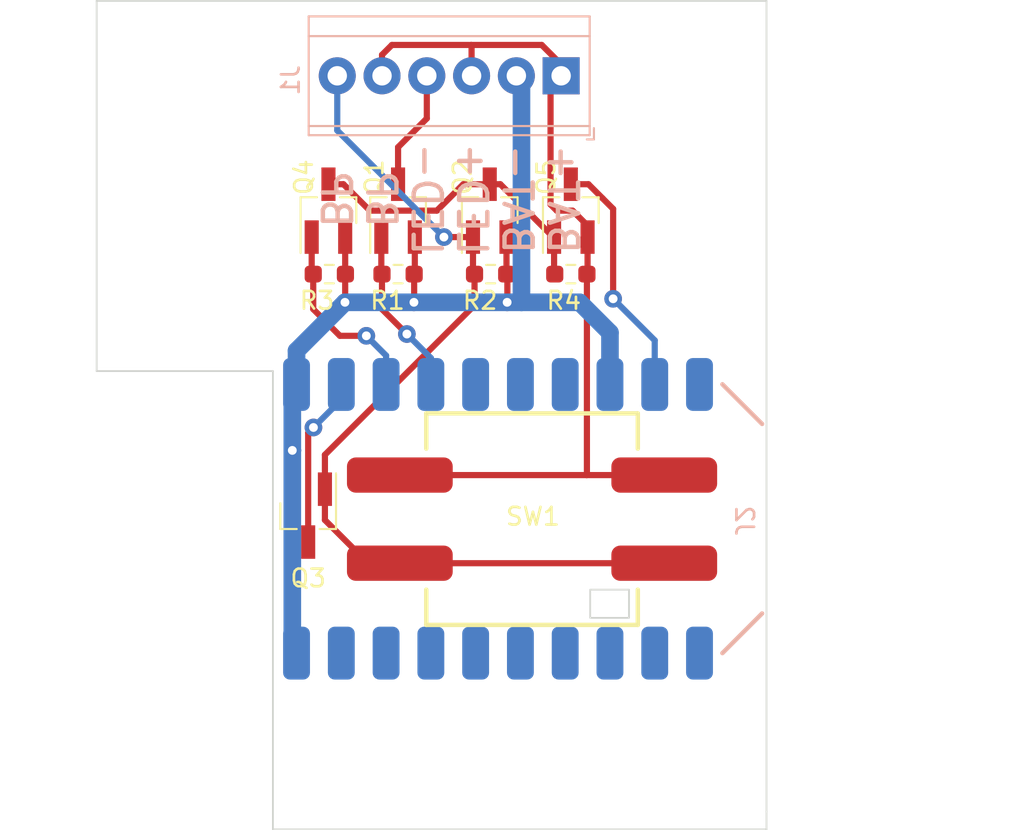
<source format=kicad_pcb>
(kicad_pcb (version 20211014) (generator pcbnew)
  (layers (0 "F.Cu" signal) (31 "B.Cu" signal) (34 "B.Paste" user) (35 "F.Paste" user) (36 "B.SilkS" user "B.Silkscreen") (37 "F.SilkS" user "F.Silkscreen") (38 "B.Mask" user) (39 "F.Mask" user) (44 "Edge.Cuts" user))
  (net 0 "")
  (net 1 "/VBAT")
  (net 2 "GND")
  (net 3 "/LED_GND")
  (net 13 "/PUSHn")
  (net 14 "/VBAT_EN")
  (net 15 "/LED_EN")
  (net 19 "VDD")
  (net 21 "/PB_BAT")
  (net 22 "/VBAT_G")
  (footprint "Resistor_SMD:R_0603_1608Metric_Pad0.98x0.95mm_HandSolder" (layer "F.Cu") (at 159.35 80.5)
    (fp_text reference "R2" (at -0.6 1.5) (layer "F.SilkS"))
    (fp_text value "47k")
    (fp_line (start -0.254724 -0.5225) (end 0.254724 -0.5225) (layer "F.SilkS") (width 0.12))
    (fp_line (start -0.254724 0.5225) (end 0.254724 0.5225) (layer "F.SilkS") (width 0.12))
    (pad "1" smd roundrect (at -0.9125 0) (size 0.975 0.95) (layers "F.Cu" "F.Paste" "F.Mask") (net 21 "/PB_BAT"))
    (pad "2" smd roundrect (at 0.9125 0) (size 0.975 0.95) (layers "F.Cu" "F.Paste" "F.Mask") (net 2 "GND"))
  )
  (footprint "Package_TO_SOT_SMD:SOT-23_Handsoldering" (layer "F.Cu") (at 154.1 76.9 90)
    (fp_text reference "Q1" (at 1.9 -1.35 90) (layer "F.SilkS"))
    (fp_text value "BSH105")
    (fp_line (start 0.76 1.58) (end 0.76 0.65) (layer "F.SilkS") (width 0.12))
    (fp_line (start 0.76 -1.58) (end 0.76 -0.65) (layer "F.SilkS") (width 0.12))
    (fp_line (start 0.76 -1.58) (end -2.4 -1.58) (layer "F.SilkS") (width 0.12))
    (fp_line (start 0.76 1.58) (end -0.7 1.58) (layer "F.SilkS") (width 0.12))
    (pad "1" smd rect (at -1.5 -0.95 90) (size 1.9 0.8) (layers "F.Cu" "F.Paste" "F.Mask") (net 15 "/LED_EN"))
    (pad "2" smd rect (at -1.5 0.95 90) (size 1.9 0.8) (layers "F.Cu" "F.Paste" "F.Mask") (net 2 "GND"))
    (pad "3" smd rect (at 1.5 0 90) (size 1.9 0.8) (layers "F.Cu" "F.Paste" "F.Mask") (net 3 "/LED_GND"))
  )
  (footprint "Resistor_SMD:R_0603_1608Metric_Pad0.98x0.95mm_HandSolder" (layer "F.Cu") (at 163.9 80.5 180)
    (fp_text reference "R4" (at 0.4 -1.5) (layer "F.SilkS"))
    (fp_text value "47k")
    (fp_line (start -0.254724 0.5225) (end 0.254724 0.5225) (layer "F.SilkS") (width 0.12))
    (fp_line (start -0.254724 -0.5225) (end 0.254724 -0.5225) (layer "F.SilkS") (width 0.12))
    (pad "1" smd roundrect (at -0.9125 0 180) (size 0.975 0.95) (layers "F.Cu" "F.Paste" "F.Mask") (net 1 "/VBAT"))
    (pad "2" smd roundrect (at 0.9125 0 180) (size 0.975 0.95) (layers "F.Cu" "F.Paste" "F.Mask") (net 22 "/VBAT_G"))
  )
  (footprint "PushBuzzFootprints:12x12 Pushbutton" (layer "F.Cu") (at 154.2 91.9)
    (fp_text reference "SW1" (at 7.55 2.35 unlocked) (layer "F.SilkS"))
    (fp_text value "12x12x? SMD Pushbutton")
    (fp_line (start 1.5 -3.5) (end 1.5 -1.5) (layer "F.SilkS") (width 0.25))
    (fp_line (start 13.5 8.5) (end 13.5 6.5) (layer "F.SilkS") (width 0.25))
    (fp_line (start 13.5 -3.5) (end 1.5 -3.5) (layer "F.SilkS") (width 0.25))
    (fp_line (start 1.5 8.5) (end 13.5 8.5) (layer "F.SilkS") (width 0.25))
    (fp_line (start 13.5 -1.5) (end 13.5 -3.5) (layer "F.SilkS") (width 0.25))
    (fp_line (start 1.5 6.5) (end 1.5 8.5) (layer "F.SilkS") (width 0.25))
    (pad "" np_thru_hole circle locked (at 7.5 -2) (size 2 2) (drill 2.2) (layers F&B.Cu *.Mask))
    (pad "" np_thru_hole circle locked (at 7.5 7) (size 2 2) (drill 2.2) (layers F&B.Cu *.Mask))
    (pad "1" smd roundrect locked (at 0 0) (size 6 2) (layers "F.Cu" "F.Paste" "F.Mask") (net 1 "/VBAT"))
    (pad "1" smd roundrect locked (at 15 0) (size 6 2) (layers "F.Cu" "F.Paste" "F.Mask") (net 1 "/VBAT"))
    (pad "2" smd roundrect locked (at 0 5) (size 6 2) (layers "F.Cu" "F.Paste" "F.Mask") (net 21 "/PB_BAT"))
    (pad "2" smd roundrect locked (at 15 5) (size 6 2) (layers "F.Cu" "F.Paste" "F.Mask") (net 21 "/PB_BAT"))
  )
  (footprint "Package_TO_SOT_SMD:SOT-23_Handsoldering" (layer "F.Cu") (at 159.3 76.9 90)
    (fp_text reference "Q2" (at 1.9 -1.55 90) (layer "F.SilkS"))
    (fp_text value "BSH105")
    (fp_line (start 0.76 1.58) (end 0.76 0.65) (layer "F.SilkS") (width 0.12))
    (fp_line (start 0.76 -1.58) (end 0.76 -0.65) (layer "F.SilkS") (width 0.12))
    (fp_line (start 0.76 -1.58) (end -2.4 -1.58) (layer "F.SilkS") (width 0.12))
    (fp_line (start 0.76 1.58) (end -0.7 1.58) (layer "F.SilkS") (width 0.12))
    (pad "1" smd rect (at -1.5 -0.95 90) (size 1.9 0.8) (layers "F.Cu" "F.Paste" "F.Mask") (net 21 "/PB_BAT"))
    (pad "2" smd rect (at -1.5 0.95 90) (size 1.9 0.8) (layers "F.Cu" "F.Paste" "F.Mask") (net 2 "GND"))
    (pad "3" smd rect (at 1.5 0 90) (size 1.9 0.8) (layers "F.Cu" "F.Paste" "F.Mask") (net 22 "/VBAT_G"))
  )
  (footprint "Package_TO_SOT_SMD:SOT-23_Handsoldering" (layer "F.Cu") (at 149 94.2 -90)
    (fp_text reference "Q3" (at 3.55 0 180) (layer "F.SilkS"))
    (fp_text value "BSH105")
    (fp_line (start 0.76 -1.58) (end 0.76 -0.65) (layer "F.SilkS") (width 0.12))
    (fp_line (start 0.76 -1.58) (end -2.4 -1.58) (layer "F.SilkS") (width 0.12))
    (fp_line (start 0.76 1.58) (end 0.76 0.65) (layer "F.SilkS") (width 0.12))
    (fp_line (start 0.76 1.58) (end -0.7 1.58) (layer "F.SilkS") (width 0.12))
    (pad "1" smd rect (at -1.5 -0.95 270) (size 1.9 0.8) (layers "F.Cu" "F.Paste" "F.Mask") (net 21 "/PB_BAT"))
    (pad "2" smd rect (at -1.5 0.95 270) (size 1.9 0.8) (layers "F.Cu" "F.Paste" "F.Mask") (net 2 "GND"))
    (pad "3" smd rect (at 1.5 0 270) (size 1.9 0.8) (layers "F.Cu" "F.Paste" "F.Mask") (net 13 "/PUSHn"))
  )
  (footprint "Package_TO_SOT_SMD:SOT-23_Handsoldering" (layer "F.Cu") (at 163.9 76.9 90)
    (fp_text reference "Q5" (at 1.9 -1.4 90) (layer "F.SilkS"))
    (fp_text value "DMP31D0U")
    (fp_line (start 0.76 1.58) (end -0.7 1.58) (layer "F.SilkS") (width 0.12))
    (fp_line (start 0.76 1.58) (end 0.76 0.65) (layer "F.SilkS") (width 0.12))
    (fp_line (start 0.76 -1.58) (end 0.76 -0.65) (layer "F.SilkS") (width 0.12))
    (fp_line (start 0.76 -1.58) (end -2.4 -1.58) (layer "F.SilkS") (width 0.12))
    (pad "1" smd rect (at -1.5 -0.95 90) (size 1.9 0.8) (layers "F.Cu" "F.Paste" "F.Mask") (net 22 "/VBAT_G"))
    (pad "2" smd rect (at -1.5 0.95 90) (size 1.9 0.8) (layers "F.Cu" "F.Paste" "F.Mask") (net 1 "/VBAT"))
    (pad "3" smd rect (at 1.5 0 90) (size 1.9 0.8) (layers "F.Cu" "F.Paste" "F.Mask") (net 19 "VDD"))
  )
  (footprint "Resistor_SMD:R_0603_1608Metric_Pad0.98x0.95mm_HandSolder" (layer "F.Cu") (at 150.2 80.5)
    (fp_text reference "R3" (at -0.7 1.5) (layer "F.SilkS"))
    (fp_text value "47k")
    (fp_line (start -0.254724 0.5225) (end 0.254724 0.5225) (layer "F.SilkS") (width 0.12))
    (fp_line (start -0.254724 -0.5225) (end 0.254724 -0.5225) (layer "F.SilkS") (width 0.12))
    (pad "1" smd roundrect (at -0.9125 0) (size 0.975 0.95) (layers "F.Cu" "F.Paste" "F.Mask") (net 14 "/VBAT_EN"))
    (pad "2" smd roundrect (at 0.9125 0) (size 0.975 0.95) (layers "F.Cu" "F.Paste" "F.Mask") (net 2 "GND"))
  )
  (footprint "Package_TO_SOT_SMD:SOT-23_Handsoldering" (layer "F.Cu") (at 150.15 76.9 90)
    (fp_text reference "Q4" (at 1.9 -1.4 90) (layer "F.SilkS"))
    (fp_text value "BSH105")
    (fp_line (start 0.76 -1.58) (end -2.4 -1.58) (layer "F.SilkS") (width 0.12))
    (fp_line (start 0.76 1.58) (end 0.76 0.65) (layer "F.SilkS") (width 0.12))
    (fp_line (start 0.76 1.58) (end -0.7 1.58) (layer "F.SilkS") (width 0.12))
    (fp_line (start 0.76 -1.58) (end 0.76 -0.65) (layer "F.SilkS") (width 0.12))
    (pad "1" smd rect (at -1.5 -0.95 90) (size 1.9 0.8) (layers "F.Cu" "F.Paste" "F.Mask") (net 14 "/VBAT_EN"))
    (pad "2" smd rect (at -1.5 0.95 90) (size 1.9 0.8) (layers "F.Cu" "F.Paste" "F.Mask") (net 2 "GND"))
    (pad "3" smd rect (at 1.5 0 90) (size 1.9 0.8) (layers "F.Cu" "F.Paste" "F.Mask") (net 22 "/VBAT_G"))
  )
  (footprint "Resistor_SMD:R_0603_1608Metric_Pad0.98x0.95mm_HandSolder" (layer "F.Cu") (at 154.1 80.5)
    (fp_text reference "R1" (at -0.6 1.5) (layer "F.SilkS"))
    (fp_text value "47k")
    (fp_line (start -0.254724 0.5225) (end 0.254724 0.5225) (layer "F.SilkS") (width 0.12))
    (fp_line (start -0.254724 -0.5225) (end 0.254724 -0.5225) (layer "F.SilkS") (width 0.12))
    (pad "1" smd roundrect (at -0.9125 0) (size 0.975 0.95) (layers "F.Cu" "F.Paste" "F.Mask") (net 15 "/LED_EN"))
    (pad "2" smd roundrect (at 0.9125 0) (size 0.975 0.95) (layers "F.Cu" "F.Paste" "F.Mask") (net 2 "GND"))
  )
  (footprint "MountingHole:MountingHole_2.2mm_M2" (layer "B.Cu") (at 152.85 108 180)
    (fp_text reference "REF**" hide)
    (fp_text value "MountingHole_2.2mm_M2")
    (pad "" np_thru_hole circle (at 0 0 180) (size 2.2 2.2) (drill 2.2) (layers *.Cu *.Mask))
  )
  (footprint "MountingHole:MountingHole_2.2mm_M2" (layer "B.Cu") (at 141 80.44 180)
    (fp_text reference "REF**" hide)
    (fp_text value "MountingHole_2.2mm_M2")
    (pad "" np_thru_hole circle (at 0 0 180) (size 2.2 2.2) (drill 2.2) (layers *.Cu *.Mask))
  )
  (footprint "MountingHole:MountingHole_2.2mm_M2" (layer "B.Cu") (at 171 80.44 180)
    (fp_text reference "REF**" hide)
    (fp_text value "MountingHole_2.2mm_M2")
    (pad "" np_thru_hole circle (at 0 0 180) (size 2.2 2.2) (drill 2.2) (layers *.Cu *.Mask))
  )
  (footprint "TerminalBlock_TE-Connectivity:TerminalBlock_TE_282834-6_1x06_P2.54mm_Horizontal" (layer "B.Cu") (at 163.35 69.25 180)
    (fp_text reference "J1" (at 15.35 -0.25 270) (layer "B.SilkS") (effects (justify mirror)))
    (fp_text value "282834-6")
    (fp_line (start -1.62 -3.37) (end 14.32 -3.37) (layer "B.SilkS") (width 0.12))
    (fp_line (start -1.86 -2.97) (end -1.86 -3.61) (layer "B.SilkS") (width 0.12))
    (fp_line (start -1.62 3.37) (end 14.32 3.37) (layer "B.SilkS") (width 0.12))
    (fp_line (start 14.32 3.37) (end 14.32 -3.37) (layer "B.SilkS") (width 0.12))
    (fp_line (start -1.62 3.37) (end -1.62 -3.37) (layer "B.SilkS") (width 0.12))
    (fp_line (start -1.86 -3.61) (end -1.46 -3.61) (layer "B.SilkS") (width 0.12))
    (fp_line (start -1.62 2.25) (end 14.32 2.25) (layer "B.SilkS") (width 0.12))
    (fp_line (start -1.62 -2.85) (end 14.32 -2.85) (layer "B.SilkS") (width 0.12))
    (pad "1" thru_hole rect (at 0 0 180) (size 2.1 2.1) (drill 1.1) (layers *.Cu *.Mask) (net 1 "/VBAT"))
    (pad "2" thru_hole circle (at 2.54 0 180) (size 2.1 2.1) (drill 1.1) (layers *.Cu *.Mask) (net 2 "GND"))
    (pad "3" thru_hole circle (at 5.08 0 180) (size 2.1 2.1) (drill 1.1) (layers *.Cu *.Mask) (net 1 "/VBAT"))
    (pad "4" thru_hole circle (at 7.62 0 180) (size 2.1 2.1) (drill 1.1) (layers *.Cu *.Mask) (net 3 "/LED_GND"))
    (pad "5" thru_hole circle (at 10.16 0 180) (size 2.1 2.1) (drill 1.1) (layers *.Cu *.Mask) (net 1 "/VBAT"))
    (pad "6" thru_hole circle (at 12.7 0 180) (size 2.1 2.1) (drill 1.1) (layers *.Cu *.Mask) (net 21 "/PB_BAT"))
  )
  (footprint "PushBuzzFootprints:nRF52840-Dongle" (layer "B.Cu") (at 171.2 102 90)
    (fp_text reference "J2" (at 7.5 2.55 270 unlocked) (layer "B.SilkS") (effects (justify mirror)))
    (fp_text value "nRF52840 Dongle")
    (pad "1" smd roundrect (at 0 0 90) (size 3 1.524) (layers "B.Cu" "B.Paste" "B.Mask"))
    (pad "2" smd roundrect (at 0 -2.54 90) (size 3 1.524) (layers "B.Cu" "B.Paste" "B.Mask"))
    (pad "3" smd roundrect (at 0 -5.08 90) (size 3 1.524) (layers "B.Cu" "B.Paste" "B.Mask"))
    (pad "4" smd roundrect (at 0 -7.62 90) (size 3 1.524) (layers "B.Cu" "B.Paste" "B.Mask"))
    (pad "5" smd roundrect (at 0 -10.16 90) (size 3 1.524) (layers "B.Cu" "B.Paste" "B.Mask"))
    (pad "6" smd roundrect (at 0 -12.7 90) (size 3 1.524) (layers "B.Cu" "B.Paste" "B.Mask"))
    (pad "7" smd roundrect (at 0 -15.24 90) (size 3 1.524) (layers "B.Cu" "B.Paste" "B.Mask"))
    (pad "8" smd roundrect (at 0 -17.78 90) (size 3 1.524) (layers "B.Cu" "B.Paste" "B.Mask"))
    (pad "9" smd roundrect (at 0 -20.32 90) (size 3 1.524) (layers "B.Cu" "B.Paste" "B.Mask"))
    (pad "10" smd roundrect (at 0 -22.86 90) (size 3 1.524) (layers "B.Cu" "B.Paste" "B.Mask") (net 2 "GND"))
    (pad "11" smd roundrect (at 15.24 -22.86 90) (size 3 1.524) (layers "B.Cu" "B.Paste" "B.Mask") (net 2 "GND"))
    (pad "12" smd roundrect (at 15.24 -20.32 90) (size 3 1.524) (layers "B.Cu" "B.Paste" "B.Mask") (net 13 "/PUSHn"))
    (pad "13" smd roundrect (at 15.24 -17.78 90) (size 3 1.524) (layers "B.Cu" "B.Paste" "B.Mask") (net 14 "/VBAT_EN"))
    (pad "14" smd roundrect (at 15.24 -15.24 90) (size 3 1.524) (layers "B.Cu" "B.Paste" "B.Mask") (net 15 "/LED_EN"))
    (pad "15" smd roundrect (at 15.24 -12.7 90) (size 3 1.524) (layers "B.Cu" "B.Paste" "B.Mask"))
    (pad "16" smd roundrect (at 15.24 -10.16 90) (size 3 1.524) (layers "B.Cu" "B.Paste" "B.Mask"))
    (pad "17" smd roundrect (at 15.24 -7.62 90) (size 3 1.524) (layers "B.Cu" "B.Paste" "B.Mask"))
    (pad "18" smd roundrect (at 15.24 -5.08 90) (size 3 1.524) (layers "B.Cu" "B.Paste" "B.Mask") (net 2 "GND"))
    (pad "19" smd roundrect (at 15.24 -2.54 90) (size 3 1.524) (layers "B.Cu" "B.Paste" "B.Mask") (net 19 "VDD"))
    (pad "20" smd roundrect (at 15.24 0 90) (size 3 1.524) (layers "B.Cu" "B.Paste" "B.Mask"))
  )
  (gr_line (start 172.5 102) (end 174.75 99.75) (layer "B.SilkS") (width 0.25))
  (gr_line (start 172.5 86.75) (end 174.75 89) (layer "B.SilkS") (width 0.25))
  (gr_line (start 175 111) (end 175 112) (layer "Edge.Cuts") (width 0.1))
  (gr_line (start 175 65) (end 175 111) (layer "Edge.Cuts") (width 0.1))
  (gr_line (start 137 65) (end 175 65) (layer "Edge.Cuts") (width 0.1))
  (gr_line (start 147 86) (end 137 86) (layer "Edge.Cuts") (width 0.1))
  (gr_line (start 147 112) (end 147 86) (layer "Edge.Cuts") (width 0.1))
  (gr_rect locked (start 165 100) (end 167.2 98.4) (layer "Edge.Cuts") (width 0.1) (fill none))
  (gr_line (start 175 112) (end 147 112) (layer "Edge.Cuts") (width 0.1))
  (gr_line (start 137 86) (end 137 65) (layer "Edge.Cuts") (width 0.1))
  (gr_text "BAT+\nBAT-\nLED+\nLED-\nBP\nBP" (at 157 76.25 270) (layer "B.SilkS") (effects (font (size 1.6 1.6) (thickness 0.25)) (justify mirror)))
  (segment (start 163.1 76.9) (end 162.75 76.55) (width 0.35) (layer "F.Cu") (net 1))
  (segment (start 164.85 80.4625) (end 164.8125 80.5) (width 0.35) (layer "F.Cu") (net 1))
  (segment (start 153.75 67.5) (end 153.19 68.06) (width 0.35) (layer "F.Cu") (net 1))
  (segment (start 164.85 78.4) (end 164.85 77.75) (width 0.35) (layer "F.Cu") (net 1))
  (segment (start 162.75 69.85) (end 163.35 69.25) (width 0.35) (layer "F.Cu") (net 1))
  (segment (start 164 76.9) (end 163.1 76.9) (width 0.35) (layer "F.Cu") (net 1))
  (segment (start 164.85 77.75) (end 164 76.9) (width 0.35) (layer "F.Cu") (net 1))
  (segment (start 163.35 68.6) (end 162.25 67.5) (width 0.35) (layer "F.Cu") (net 1))
  (segment (start 158.27 67.52) (end 158.27 69.25) (width 0.35) (layer "F.Cu") (net 1))
  (segment (start 163.35 69.25) (end 163.35 68.6) (width 0.35) (layer "F.Cu") (net 1))
  (segment (start 164.8125 91.8875) (end 164.8 91.9) (width 0.35) (layer "F.Cu") (net 1))
  (segment (start 164.85 78.4) (end 164.85 80.4625) (width 0.35) (layer "F.Cu") (net 1))
  (segment (start 158.25 67.5) (end 153.75 67.5) (width 0.35) (layer "F.Cu") (net 1))
  (segment (start 162.75 76.55) (end 162.75 69.85) (width 0.35) (layer "F.Cu") (net 1))
  (segment (start 153.19 68.06) (end 153.19 69.25) (width 0.35) (layer "F.Cu") (net 1))
  (segment (start 154.2 91.9) (end 164.8 91.9) (width 0.35) (layer "F.Cu") (net 1))
  (segment (start 158.25 67.5) (end 158.27 67.52) (width 0.35) (layer "F.Cu") (net 1))
  (segment (start 164.8125 80.5) (end 164.8125 91.8875) (width 0.35) (layer "F.Cu") (net 1))
  (segment (start 162.25 67.5) (end 158.25 67.5) (width 0.35) (layer "F.Cu") (net 1))
  (segment (start 164.8 91.9) (end 169.2 91.9) (width 0.35) (layer "F.Cu") (net 1))
  (segment (start 151.1 78.4) (end 151.1 80.4875) (width 0.35) (layer "F.Cu") (net 2))
  (segment (start 155.05 80.4625) (end 155.0125 80.5) (width 0.35) (layer "F.Cu") (net 2))
  (segment (start 160.25 78.4) (end 160.25 80.4875) (width 0.35) (layer "F.Cu") (net 2))
  (segment (start 151.1 80.5) (end 151.1 82.0875) (width 0.35) (layer "F.Cu") (net 2))
  (segment (start 148.05 92.7) (end 148.05 90.55) (width 0.35) (layer "F.Cu") (net 2))
  (segment (start 151.1 80.4875) (end 151.1125 80.5) (width 0.35) (layer "F.Cu") (net 2))
  (segment (start 151.1 82.0875) (end 151.0875 82.1) (width 0.35) (layer "F.Cu") (net 2))
  (segment (start 155.0125 82.0875) (end 155 82.1) (width 0.35) (layer "F.Cu") (net 2))
  (segment (start 148.05 90.55) (end 148.1 90.5) (width 0.35) (layer "F.Cu") (net 2))
  (segment (start 155.0125 80.5) (end 155.0125 82.0875) (width 0.35) (layer "F.Cu") (net 2))
  (segment (start 160.3 82.0875) (end 160.2875 82.1) (width 0.35) (layer "F.Cu") (net 2))
  (segment (start 160.3 80.5) (end 160.3 82.0875) (width 0.35) (layer "F.Cu") (net 2))
  (segment (start 155.05 78.4) (end 155.05 80.4625) (width 0.35) (layer "F.Cu") (net 2))
  (segment (start 160.25 80.4875) (end 160.2625 80.5) (width 0.35) (layer "F.Cu") (net 2))
  (via (at 160.2875 82.1) (size 1) (drill 0.5) (layers "F.Cu" "B.Cu") (net 2))
  (via (at 148.1 90.5) (size 1) (drill 0.5) (layers "F.Cu" "B.Cu") (net 2))
  (via (at 155 82.1) (size 1) (drill 0.5) (layers "F.Cu" "B.Cu") (net 2))
  (via (at 151.0875 82.1) (size 1) (drill 0.5) (layers "F.Cu" "B.Cu") (net 2))
  (segment (start 148.34 86.76) (end 148.34 84.8475) (width 1) (layer "B.Cu") (net 2))
  (segment (start 148.1 101.76) (end 148.1 90.5) (width 1) (layer "B.Cu") (net 2))
  (segment (start 160.81 69.25) (end 161.1 69.54) (width 1) (layer "B.Cu") (net 2))
  (segment (start 161.1 69.54) (end 161.1 82.1) (width 1) (layer "B.Cu") (net 2))
  (segment (start 161.1 82.1) (end 164.4 82.1) (width 1) (layer "B.Cu") (net 2))
  (segment (start 148.1 90.5) (end 148.100489 90.499511) (width 1) (layer "B.Cu") (net 2))
  (segment (start 148.100489 90.499511) (end 148.100489 86.999511) (width 1) (layer "B.Cu") (net 2))
  (segment (start 148.34 84.8475) (end 151.0875 82.1) (width 1) (layer "B.Cu") (net 2))
  (segment (start 166.12 83.82) (end 166.12 86.76) (width 1) (layer "B.Cu") (net 2))
  (segment (start 148.100489 86.999511) (end 148.34 86.76) (width 1) (layer "B.Cu") (net 2))
  (segment (start 151.0875 82.1) (end 153.2 82.1) (width 1) (layer "B.Cu") (net 2))
  (segment (start 148.34 102) (end 148.1 101.76) (width 1) (layer "B.Cu") (net 2))
  (segment (start 153.2 82.1) (end 161.1 82.1) (width 1) (layer "B.Cu") (net 2))
  (segment (start 164.4 82.1) (end 166.12 83.82) (width 1) (layer "B.Cu") (net 2))
  (segment (start 155.73 71.67) (end 155.73 69.25) (width 0.35) (layer "F.Cu") (net 3))
  (segment (start 154.1 73.3) (end 154.1 75.4) (width 0.35) (layer "F.Cu") (net 3))
  (segment (start 154.1 73.3) (end 155.73 71.67) (width 0.35) (layer "F.Cu") (net 3))
  (segment (start 149 89.5) (end 149.3 89.2) (width 0.35) (layer "F.Cu") (net 13))
  (segment (start 149 95.7) (end 149 89.5) (width 0.35) (layer "F.Cu") (net 13))
  (via (at 149.3 89.2) (size 1) (drill 0.5) (layers "F.Cu" "B.Cu") (net 13))
  (segment (start 149.3 89.2) (end 150.88 87.62) (width 0.35) (layer "B.Cu") (net 13))
  (segment (start 150.88 87.62) (end 150.88 86.76) (width 0.35) (layer "B.Cu") (net 13))
  (segment (start 150.8 84) (end 152.3 84) (width 0.35) (layer "F.Cu") (net 14))
  (segment (start 149.2875 80.5) (end 149.2875 82.4875) (width 0.35) (layer "F.Cu") (net 14))
  (segment (start 149.2 80.4125) (end 149.2875 80.5) (width 0.35) (layer "F.Cu") (net 14))
  (segment (start 149.2 78.4) (end 149.2 80.4125) (width 0.35) (layer "F.Cu") (net 14))
  (segment (start 149.2875 82.4875) (end 150.8 84) (width 0.35) (layer "F.Cu") (net 14))
  (via (at 152.3 84) (size 1) (drill 0.5) (layers "F.Cu" "B.Cu") (net 14))
  (segment (start 153.42 86.76) (end 153.42 85.12) (width 0.35) (layer "B.Cu") (net 14))
  (segment (start 153.42 85.12) (end 152.3 84) (width 0.35) (layer "B.Cu") (net 14))
  (segment (start 153.15 78.4) (end 153.15 80.4625) (width 0.35) (layer "F.Cu") (net 15))
  (segment (start 153.1875 82.4875) (end 154.6 83.9) (width 0.35) (layer "F.Cu") (net 15))
  (segment (start 153.15 80.4625) (end 153.1875 80.5) (width 0.35) (layer "F.Cu") (net 15))
  (segment (start 153.1875 80.5) (end 153.1875 82.4875) (width 0.35) (layer "F.Cu") (net 15))
  (via (at 154.6 83.9) (size 1) (drill 0.5) (layers "F.Cu" "B.Cu") (net 15))
  (segment (start 155.96 86.76) (end 155.96 85.26) (width 0.35) (layer "B.Cu") (net 15))
  (segment (start 155.96 85.26) (end 154.6 83.9) (width 0.35) (layer "B.Cu") (net 15))
  (segment (start 166.3 76.8) (end 166.3 81.7) (width 0.35) (layer "F.Cu") (net 19))
  (segment (start 164.9 75.4) (end 165.7 76.2) (width 0.35) (layer "F.Cu") (net 19))
  (segment (start 163.9 75.4) (end 164.9 75.4) (width 0.35) (layer "F.Cu") (net 19))
  (segment (start 166.3 81.7) (end 166.3 81.9) (width 0.35) (layer "F.Cu") (net 19))
  (segment (start 165.7 76.2) (end 166.3 76.8) (width 0.35) (layer "F.Cu") (net 19))
  (via (at 166.3 81.9) (size 1) (drill 0.5) (layers "F.Cu" "B.Cu") (net 19))
  (segment (start 168.66 84.26) (end 168.66 86.76) (width 0.35) (layer "B.Cu") (net 19))
  (segment (start 166.3 81.9) (end 168.66 84.26) (width 0.35) (layer "B.Cu") (net 19))
  (segment (start 158.35 78.4) (end 156.7 78.4) (width 0.35) (layer "F.Cu") (net 21))
  (segment (start 158.4375 80.5) (end 158.4375 82.2625) (width 0.35) (layer "F.Cu") (net 21))
  (segment (start 154.2 96.9) (end 169.2 96.9) (width 0.35) (layer "F.Cu") (net 21))
  (segment (start 158.35 78.4) (end 158.35 80.4125) (width 0.35) (layer "F.Cu") (net 21))
  (segment (start 158.35 80.4125) (end 158.4375 80.5) (width 0.35) (layer "F.Cu") (net 21))
  (segment (start 152.4 96.9) (end 154.2 96.9) (width 0.35) (layer "F.Cu") (net 21))
  (segment (start 158.4375 82.2625) (end 149.95 90.75) (width 0.35) (layer "F.Cu") (net 21))
  (segment (start 149.95 90.75) (end 149.95 94.45) (width 0.35) (layer "F.Cu") (net 21))
  (segment (start 149.95 94.45) (end 152.4 96.9) (width 0.35) (layer "F.Cu") (net 21))
  (via (at 156.7 78.4) (size 1) (drill 0.5) (layers "F.Cu" "B.Cu") (net 21))
  (segment (start 156.7 78.4) (end 150.65 72.35) (width 0.35) (layer "B.Cu") (net 21))
  (segment (start 150.65 72.35) (end 150.65 69.25) (width 0.35) (layer "B.Cu") (net 21))
  (segment (start 157.8 75.4) (end 159.3 75.4) (width 0.35) (layer "F.Cu") (net 22))
  (segment (start 159.9 75.4) (end 162.9 78.4) (width 0.35) (layer "F.Cu") (net 22))
  (segment (start 152.5 76.9) (end 156.3 76.9) (width 0.35) (layer "F.Cu") (net 22))
  (segment (start 162.95 80.4625) (end 162.9875 80.5) (width 0.35) (layer "F.Cu") (net 22))
  (segment (start 162.95 78.4) (end 162.95 80.4625) (width 0.35) (layer "F.Cu") (net 22))
  (segment (start 162.9 78.4) (end 162.95 78.4) (width 0.35) (layer "F.Cu") (net 22))
  (segment (start 150.15 75.4) (end 151 75.4) (width 0.35) (layer "F.Cu") (net 22))
  (segment (start 156.3 76.9) (end 157.8 75.4) (width 0.35) (layer "F.Cu") (net 22))
  (segment (start 151 75.4) (end 152.5 76.9) (width 0.35) (layer "F.Cu") (net 22))
  (segment (start 159.3 75.4) (end 159.9 75.4) (width 0.35) (layer "F.Cu") (net 22))
)
</source>
